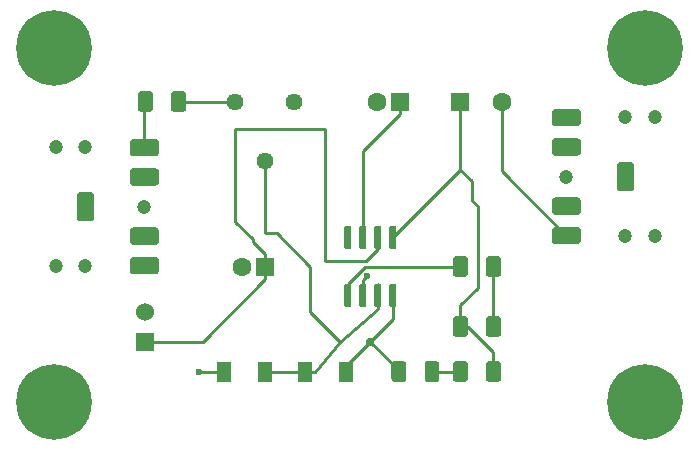
<source format=gbr>
G04 #@! TF.GenerationSoftware,KiCad,Pcbnew,(5.1.5-0-10_14)*
G04 #@! TF.CreationDate,2020-02-11T13:30:23+00:00*
G04 #@! TF.ProjectId,K1889054_A2000_01,4b313838-3930-4353-945f-41323030305f,1.0*
G04 #@! TF.SameCoordinates,Original*
G04 #@! TF.FileFunction,Copper,L1,Top*
G04 #@! TF.FilePolarity,Positive*
%FSLAX46Y46*%
G04 Gerber Fmt 4.6, Leading zero omitted, Abs format (unit mm)*
G04 Created by KiCad (PCBNEW (5.1.5-0-10_14)) date 2020-02-11 13:30:23*
%MOMM*%
%LPD*%
G04 APERTURE LIST*
%ADD10C,0.100000*%
%ADD11C,1.200000*%
%ADD12C,1.600000*%
%ADD13R,1.600000X1.600000*%
%ADD14C,1.440000*%
%ADD15C,1.524000*%
%ADD16R,1.524000X1.524000*%
%ADD17R,1.300000X1.700000*%
%ADD18C,6.400000*%
%ADD19C,0.600000*%
%ADD20C,0.700000*%
%ADD21C,0.250000*%
G04 APERTURE END LIST*
G04 #@! TA.AperFunction,SMDPad,CuDef*
D10*
G36*
X130009703Y-104990722D02*
G01*
X130024264Y-104992882D01*
X130038543Y-104996459D01*
X130052403Y-105001418D01*
X130065710Y-105007712D01*
X130078336Y-105015280D01*
X130090159Y-105024048D01*
X130101066Y-105033934D01*
X130110952Y-105044841D01*
X130119720Y-105056664D01*
X130127288Y-105069290D01*
X130133582Y-105082597D01*
X130138541Y-105096457D01*
X130142118Y-105110736D01*
X130144278Y-105125297D01*
X130145000Y-105140000D01*
X130145000Y-106790000D01*
X130144278Y-106804703D01*
X130142118Y-106819264D01*
X130138541Y-106833543D01*
X130133582Y-106847403D01*
X130127288Y-106860710D01*
X130119720Y-106873336D01*
X130110952Y-106885159D01*
X130101066Y-106896066D01*
X130090159Y-106905952D01*
X130078336Y-106914720D01*
X130065710Y-106922288D01*
X130052403Y-106928582D01*
X130038543Y-106933541D01*
X130024264Y-106937118D01*
X130009703Y-106939278D01*
X129995000Y-106940000D01*
X129695000Y-106940000D01*
X129680297Y-106939278D01*
X129665736Y-106937118D01*
X129651457Y-106933541D01*
X129637597Y-106928582D01*
X129624290Y-106922288D01*
X129611664Y-106914720D01*
X129599841Y-106905952D01*
X129588934Y-106896066D01*
X129579048Y-106885159D01*
X129570280Y-106873336D01*
X129562712Y-106860710D01*
X129556418Y-106847403D01*
X129551459Y-106833543D01*
X129547882Y-106819264D01*
X129545722Y-106804703D01*
X129545000Y-106790000D01*
X129545000Y-105140000D01*
X129545722Y-105125297D01*
X129547882Y-105110736D01*
X129551459Y-105096457D01*
X129556418Y-105082597D01*
X129562712Y-105069290D01*
X129570280Y-105056664D01*
X129579048Y-105044841D01*
X129588934Y-105033934D01*
X129599841Y-105024048D01*
X129611664Y-105015280D01*
X129624290Y-105007712D01*
X129637597Y-105001418D01*
X129651457Y-104996459D01*
X129665736Y-104992882D01*
X129680297Y-104990722D01*
X129695000Y-104990000D01*
X129995000Y-104990000D01*
X130009703Y-104990722D01*
G37*
G04 #@! TD.AperFunction*
G04 #@! TA.AperFunction,SMDPad,CuDef*
G36*
X131279703Y-104990722D02*
G01*
X131294264Y-104992882D01*
X131308543Y-104996459D01*
X131322403Y-105001418D01*
X131335710Y-105007712D01*
X131348336Y-105015280D01*
X131360159Y-105024048D01*
X131371066Y-105033934D01*
X131380952Y-105044841D01*
X131389720Y-105056664D01*
X131397288Y-105069290D01*
X131403582Y-105082597D01*
X131408541Y-105096457D01*
X131412118Y-105110736D01*
X131414278Y-105125297D01*
X131415000Y-105140000D01*
X131415000Y-106790000D01*
X131414278Y-106804703D01*
X131412118Y-106819264D01*
X131408541Y-106833543D01*
X131403582Y-106847403D01*
X131397288Y-106860710D01*
X131389720Y-106873336D01*
X131380952Y-106885159D01*
X131371066Y-106896066D01*
X131360159Y-106905952D01*
X131348336Y-106914720D01*
X131335710Y-106922288D01*
X131322403Y-106928582D01*
X131308543Y-106933541D01*
X131294264Y-106937118D01*
X131279703Y-106939278D01*
X131265000Y-106940000D01*
X130965000Y-106940000D01*
X130950297Y-106939278D01*
X130935736Y-106937118D01*
X130921457Y-106933541D01*
X130907597Y-106928582D01*
X130894290Y-106922288D01*
X130881664Y-106914720D01*
X130869841Y-106905952D01*
X130858934Y-106896066D01*
X130849048Y-106885159D01*
X130840280Y-106873336D01*
X130832712Y-106860710D01*
X130826418Y-106847403D01*
X130821459Y-106833543D01*
X130817882Y-106819264D01*
X130815722Y-106804703D01*
X130815000Y-106790000D01*
X130815000Y-105140000D01*
X130815722Y-105125297D01*
X130817882Y-105110736D01*
X130821459Y-105096457D01*
X130826418Y-105082597D01*
X130832712Y-105069290D01*
X130840280Y-105056664D01*
X130849048Y-105044841D01*
X130858934Y-105033934D01*
X130869841Y-105024048D01*
X130881664Y-105015280D01*
X130894290Y-105007712D01*
X130907597Y-105001418D01*
X130921457Y-104996459D01*
X130935736Y-104992882D01*
X130950297Y-104990722D01*
X130965000Y-104990000D01*
X131265000Y-104990000D01*
X131279703Y-104990722D01*
G37*
G04 #@! TD.AperFunction*
G04 #@! TA.AperFunction,SMDPad,CuDef*
G36*
X132549703Y-104990722D02*
G01*
X132564264Y-104992882D01*
X132578543Y-104996459D01*
X132592403Y-105001418D01*
X132605710Y-105007712D01*
X132618336Y-105015280D01*
X132630159Y-105024048D01*
X132641066Y-105033934D01*
X132650952Y-105044841D01*
X132659720Y-105056664D01*
X132667288Y-105069290D01*
X132673582Y-105082597D01*
X132678541Y-105096457D01*
X132682118Y-105110736D01*
X132684278Y-105125297D01*
X132685000Y-105140000D01*
X132685000Y-106790000D01*
X132684278Y-106804703D01*
X132682118Y-106819264D01*
X132678541Y-106833543D01*
X132673582Y-106847403D01*
X132667288Y-106860710D01*
X132659720Y-106873336D01*
X132650952Y-106885159D01*
X132641066Y-106896066D01*
X132630159Y-106905952D01*
X132618336Y-106914720D01*
X132605710Y-106922288D01*
X132592403Y-106928582D01*
X132578543Y-106933541D01*
X132564264Y-106937118D01*
X132549703Y-106939278D01*
X132535000Y-106940000D01*
X132235000Y-106940000D01*
X132220297Y-106939278D01*
X132205736Y-106937118D01*
X132191457Y-106933541D01*
X132177597Y-106928582D01*
X132164290Y-106922288D01*
X132151664Y-106914720D01*
X132139841Y-106905952D01*
X132128934Y-106896066D01*
X132119048Y-106885159D01*
X132110280Y-106873336D01*
X132102712Y-106860710D01*
X132096418Y-106847403D01*
X132091459Y-106833543D01*
X132087882Y-106819264D01*
X132085722Y-106804703D01*
X132085000Y-106790000D01*
X132085000Y-105140000D01*
X132085722Y-105125297D01*
X132087882Y-105110736D01*
X132091459Y-105096457D01*
X132096418Y-105082597D01*
X132102712Y-105069290D01*
X132110280Y-105056664D01*
X132119048Y-105044841D01*
X132128934Y-105033934D01*
X132139841Y-105024048D01*
X132151664Y-105015280D01*
X132164290Y-105007712D01*
X132177597Y-105001418D01*
X132191457Y-104996459D01*
X132205736Y-104992882D01*
X132220297Y-104990722D01*
X132235000Y-104990000D01*
X132535000Y-104990000D01*
X132549703Y-104990722D01*
G37*
G04 #@! TD.AperFunction*
G04 #@! TA.AperFunction,SMDPad,CuDef*
G36*
X133819703Y-104990722D02*
G01*
X133834264Y-104992882D01*
X133848543Y-104996459D01*
X133862403Y-105001418D01*
X133875710Y-105007712D01*
X133888336Y-105015280D01*
X133900159Y-105024048D01*
X133911066Y-105033934D01*
X133920952Y-105044841D01*
X133929720Y-105056664D01*
X133937288Y-105069290D01*
X133943582Y-105082597D01*
X133948541Y-105096457D01*
X133952118Y-105110736D01*
X133954278Y-105125297D01*
X133955000Y-105140000D01*
X133955000Y-106790000D01*
X133954278Y-106804703D01*
X133952118Y-106819264D01*
X133948541Y-106833543D01*
X133943582Y-106847403D01*
X133937288Y-106860710D01*
X133929720Y-106873336D01*
X133920952Y-106885159D01*
X133911066Y-106896066D01*
X133900159Y-106905952D01*
X133888336Y-106914720D01*
X133875710Y-106922288D01*
X133862403Y-106928582D01*
X133848543Y-106933541D01*
X133834264Y-106937118D01*
X133819703Y-106939278D01*
X133805000Y-106940000D01*
X133505000Y-106940000D01*
X133490297Y-106939278D01*
X133475736Y-106937118D01*
X133461457Y-106933541D01*
X133447597Y-106928582D01*
X133434290Y-106922288D01*
X133421664Y-106914720D01*
X133409841Y-106905952D01*
X133398934Y-106896066D01*
X133389048Y-106885159D01*
X133380280Y-106873336D01*
X133372712Y-106860710D01*
X133366418Y-106847403D01*
X133361459Y-106833543D01*
X133357882Y-106819264D01*
X133355722Y-106804703D01*
X133355000Y-106790000D01*
X133355000Y-105140000D01*
X133355722Y-105125297D01*
X133357882Y-105110736D01*
X133361459Y-105096457D01*
X133366418Y-105082597D01*
X133372712Y-105069290D01*
X133380280Y-105056664D01*
X133389048Y-105044841D01*
X133398934Y-105033934D01*
X133409841Y-105024048D01*
X133421664Y-105015280D01*
X133434290Y-105007712D01*
X133447597Y-105001418D01*
X133461457Y-104996459D01*
X133475736Y-104992882D01*
X133490297Y-104990722D01*
X133505000Y-104990000D01*
X133805000Y-104990000D01*
X133819703Y-104990722D01*
G37*
G04 #@! TD.AperFunction*
G04 #@! TA.AperFunction,SMDPad,CuDef*
G36*
X133819703Y-100040722D02*
G01*
X133834264Y-100042882D01*
X133848543Y-100046459D01*
X133862403Y-100051418D01*
X133875710Y-100057712D01*
X133888336Y-100065280D01*
X133900159Y-100074048D01*
X133911066Y-100083934D01*
X133920952Y-100094841D01*
X133929720Y-100106664D01*
X133937288Y-100119290D01*
X133943582Y-100132597D01*
X133948541Y-100146457D01*
X133952118Y-100160736D01*
X133954278Y-100175297D01*
X133955000Y-100190000D01*
X133955000Y-101840000D01*
X133954278Y-101854703D01*
X133952118Y-101869264D01*
X133948541Y-101883543D01*
X133943582Y-101897403D01*
X133937288Y-101910710D01*
X133929720Y-101923336D01*
X133920952Y-101935159D01*
X133911066Y-101946066D01*
X133900159Y-101955952D01*
X133888336Y-101964720D01*
X133875710Y-101972288D01*
X133862403Y-101978582D01*
X133848543Y-101983541D01*
X133834264Y-101987118D01*
X133819703Y-101989278D01*
X133805000Y-101990000D01*
X133505000Y-101990000D01*
X133490297Y-101989278D01*
X133475736Y-101987118D01*
X133461457Y-101983541D01*
X133447597Y-101978582D01*
X133434290Y-101972288D01*
X133421664Y-101964720D01*
X133409841Y-101955952D01*
X133398934Y-101946066D01*
X133389048Y-101935159D01*
X133380280Y-101923336D01*
X133372712Y-101910710D01*
X133366418Y-101897403D01*
X133361459Y-101883543D01*
X133357882Y-101869264D01*
X133355722Y-101854703D01*
X133355000Y-101840000D01*
X133355000Y-100190000D01*
X133355722Y-100175297D01*
X133357882Y-100160736D01*
X133361459Y-100146457D01*
X133366418Y-100132597D01*
X133372712Y-100119290D01*
X133380280Y-100106664D01*
X133389048Y-100094841D01*
X133398934Y-100083934D01*
X133409841Y-100074048D01*
X133421664Y-100065280D01*
X133434290Y-100057712D01*
X133447597Y-100051418D01*
X133461457Y-100046459D01*
X133475736Y-100042882D01*
X133490297Y-100040722D01*
X133505000Y-100040000D01*
X133805000Y-100040000D01*
X133819703Y-100040722D01*
G37*
G04 #@! TD.AperFunction*
G04 #@! TA.AperFunction,SMDPad,CuDef*
G36*
X132549703Y-100040722D02*
G01*
X132564264Y-100042882D01*
X132578543Y-100046459D01*
X132592403Y-100051418D01*
X132605710Y-100057712D01*
X132618336Y-100065280D01*
X132630159Y-100074048D01*
X132641066Y-100083934D01*
X132650952Y-100094841D01*
X132659720Y-100106664D01*
X132667288Y-100119290D01*
X132673582Y-100132597D01*
X132678541Y-100146457D01*
X132682118Y-100160736D01*
X132684278Y-100175297D01*
X132685000Y-100190000D01*
X132685000Y-101840000D01*
X132684278Y-101854703D01*
X132682118Y-101869264D01*
X132678541Y-101883543D01*
X132673582Y-101897403D01*
X132667288Y-101910710D01*
X132659720Y-101923336D01*
X132650952Y-101935159D01*
X132641066Y-101946066D01*
X132630159Y-101955952D01*
X132618336Y-101964720D01*
X132605710Y-101972288D01*
X132592403Y-101978582D01*
X132578543Y-101983541D01*
X132564264Y-101987118D01*
X132549703Y-101989278D01*
X132535000Y-101990000D01*
X132235000Y-101990000D01*
X132220297Y-101989278D01*
X132205736Y-101987118D01*
X132191457Y-101983541D01*
X132177597Y-101978582D01*
X132164290Y-101972288D01*
X132151664Y-101964720D01*
X132139841Y-101955952D01*
X132128934Y-101946066D01*
X132119048Y-101935159D01*
X132110280Y-101923336D01*
X132102712Y-101910710D01*
X132096418Y-101897403D01*
X132091459Y-101883543D01*
X132087882Y-101869264D01*
X132085722Y-101854703D01*
X132085000Y-101840000D01*
X132085000Y-100190000D01*
X132085722Y-100175297D01*
X132087882Y-100160736D01*
X132091459Y-100146457D01*
X132096418Y-100132597D01*
X132102712Y-100119290D01*
X132110280Y-100106664D01*
X132119048Y-100094841D01*
X132128934Y-100083934D01*
X132139841Y-100074048D01*
X132151664Y-100065280D01*
X132164290Y-100057712D01*
X132177597Y-100051418D01*
X132191457Y-100046459D01*
X132205736Y-100042882D01*
X132220297Y-100040722D01*
X132235000Y-100040000D01*
X132535000Y-100040000D01*
X132549703Y-100040722D01*
G37*
G04 #@! TD.AperFunction*
G04 #@! TA.AperFunction,SMDPad,CuDef*
G36*
X131279703Y-100040722D02*
G01*
X131294264Y-100042882D01*
X131308543Y-100046459D01*
X131322403Y-100051418D01*
X131335710Y-100057712D01*
X131348336Y-100065280D01*
X131360159Y-100074048D01*
X131371066Y-100083934D01*
X131380952Y-100094841D01*
X131389720Y-100106664D01*
X131397288Y-100119290D01*
X131403582Y-100132597D01*
X131408541Y-100146457D01*
X131412118Y-100160736D01*
X131414278Y-100175297D01*
X131415000Y-100190000D01*
X131415000Y-101840000D01*
X131414278Y-101854703D01*
X131412118Y-101869264D01*
X131408541Y-101883543D01*
X131403582Y-101897403D01*
X131397288Y-101910710D01*
X131389720Y-101923336D01*
X131380952Y-101935159D01*
X131371066Y-101946066D01*
X131360159Y-101955952D01*
X131348336Y-101964720D01*
X131335710Y-101972288D01*
X131322403Y-101978582D01*
X131308543Y-101983541D01*
X131294264Y-101987118D01*
X131279703Y-101989278D01*
X131265000Y-101990000D01*
X130965000Y-101990000D01*
X130950297Y-101989278D01*
X130935736Y-101987118D01*
X130921457Y-101983541D01*
X130907597Y-101978582D01*
X130894290Y-101972288D01*
X130881664Y-101964720D01*
X130869841Y-101955952D01*
X130858934Y-101946066D01*
X130849048Y-101935159D01*
X130840280Y-101923336D01*
X130832712Y-101910710D01*
X130826418Y-101897403D01*
X130821459Y-101883543D01*
X130817882Y-101869264D01*
X130815722Y-101854703D01*
X130815000Y-101840000D01*
X130815000Y-100190000D01*
X130815722Y-100175297D01*
X130817882Y-100160736D01*
X130821459Y-100146457D01*
X130826418Y-100132597D01*
X130832712Y-100119290D01*
X130840280Y-100106664D01*
X130849048Y-100094841D01*
X130858934Y-100083934D01*
X130869841Y-100074048D01*
X130881664Y-100065280D01*
X130894290Y-100057712D01*
X130907597Y-100051418D01*
X130921457Y-100046459D01*
X130935736Y-100042882D01*
X130950297Y-100040722D01*
X130965000Y-100040000D01*
X131265000Y-100040000D01*
X131279703Y-100040722D01*
G37*
G04 #@! TD.AperFunction*
G04 #@! TA.AperFunction,SMDPad,CuDef*
G36*
X130009703Y-100040722D02*
G01*
X130024264Y-100042882D01*
X130038543Y-100046459D01*
X130052403Y-100051418D01*
X130065710Y-100057712D01*
X130078336Y-100065280D01*
X130090159Y-100074048D01*
X130101066Y-100083934D01*
X130110952Y-100094841D01*
X130119720Y-100106664D01*
X130127288Y-100119290D01*
X130133582Y-100132597D01*
X130138541Y-100146457D01*
X130142118Y-100160736D01*
X130144278Y-100175297D01*
X130145000Y-100190000D01*
X130145000Y-101840000D01*
X130144278Y-101854703D01*
X130142118Y-101869264D01*
X130138541Y-101883543D01*
X130133582Y-101897403D01*
X130127288Y-101910710D01*
X130119720Y-101923336D01*
X130110952Y-101935159D01*
X130101066Y-101946066D01*
X130090159Y-101955952D01*
X130078336Y-101964720D01*
X130065710Y-101972288D01*
X130052403Y-101978582D01*
X130038543Y-101983541D01*
X130024264Y-101987118D01*
X130009703Y-101989278D01*
X129995000Y-101990000D01*
X129695000Y-101990000D01*
X129680297Y-101989278D01*
X129665736Y-101987118D01*
X129651457Y-101983541D01*
X129637597Y-101978582D01*
X129624290Y-101972288D01*
X129611664Y-101964720D01*
X129599841Y-101955952D01*
X129588934Y-101946066D01*
X129579048Y-101935159D01*
X129570280Y-101923336D01*
X129562712Y-101910710D01*
X129556418Y-101897403D01*
X129551459Y-101883543D01*
X129547882Y-101869264D01*
X129545722Y-101854703D01*
X129545000Y-101840000D01*
X129545000Y-100190000D01*
X129545722Y-100175297D01*
X129547882Y-100160736D01*
X129551459Y-100146457D01*
X129556418Y-100132597D01*
X129562712Y-100119290D01*
X129570280Y-100106664D01*
X129579048Y-100094841D01*
X129588934Y-100083934D01*
X129599841Y-100074048D01*
X129611664Y-100065280D01*
X129624290Y-100057712D01*
X129637597Y-100051418D01*
X129651457Y-100046459D01*
X129665736Y-100042882D01*
X129680297Y-100040722D01*
X129695000Y-100040000D01*
X129995000Y-100040000D01*
X130009703Y-100040722D01*
G37*
G04 #@! TD.AperFunction*
D11*
X107620000Y-103410000D03*
X105120000Y-103410000D03*
X112620000Y-98410000D03*
X107620000Y-93410000D03*
X105120000Y-93410000D03*
G04 #@! TA.AperFunction,ComponentPad*
D10*
G36*
X113531756Y-95161806D02*
G01*
X113568159Y-95167206D01*
X113603857Y-95176147D01*
X113638506Y-95188545D01*
X113671774Y-95204280D01*
X113703339Y-95223199D01*
X113732897Y-95245121D01*
X113760165Y-95269835D01*
X113784879Y-95297103D01*
X113806801Y-95326661D01*
X113825720Y-95358226D01*
X113841455Y-95391494D01*
X113853853Y-95426143D01*
X113862794Y-95461841D01*
X113868194Y-95498244D01*
X113870000Y-95535000D01*
X113870000Y-96285000D01*
X113868194Y-96321756D01*
X113862794Y-96358159D01*
X113853853Y-96393857D01*
X113841455Y-96428506D01*
X113825720Y-96461774D01*
X113806801Y-96493339D01*
X113784879Y-96522897D01*
X113760165Y-96550165D01*
X113732897Y-96574879D01*
X113703339Y-96596801D01*
X113671774Y-96615720D01*
X113638506Y-96631455D01*
X113603857Y-96643853D01*
X113568159Y-96652794D01*
X113531756Y-96658194D01*
X113495000Y-96660000D01*
X111745000Y-96660000D01*
X111708244Y-96658194D01*
X111671841Y-96652794D01*
X111636143Y-96643853D01*
X111601494Y-96631455D01*
X111568226Y-96615720D01*
X111536661Y-96596801D01*
X111507103Y-96574879D01*
X111479835Y-96550165D01*
X111455121Y-96522897D01*
X111433199Y-96493339D01*
X111414280Y-96461774D01*
X111398545Y-96428506D01*
X111386147Y-96393857D01*
X111377206Y-96358159D01*
X111371806Y-96321756D01*
X111370000Y-96285000D01*
X111370000Y-95535000D01*
X111371806Y-95498244D01*
X111377206Y-95461841D01*
X111386147Y-95426143D01*
X111398545Y-95391494D01*
X111414280Y-95358226D01*
X111433199Y-95326661D01*
X111455121Y-95297103D01*
X111479835Y-95269835D01*
X111507103Y-95245121D01*
X111536661Y-95223199D01*
X111568226Y-95204280D01*
X111601494Y-95188545D01*
X111636143Y-95176147D01*
X111671841Y-95167206D01*
X111708244Y-95161806D01*
X111745000Y-95160000D01*
X113495000Y-95160000D01*
X113531756Y-95161806D01*
G37*
G04 #@! TD.AperFunction*
G04 #@! TA.AperFunction,ComponentPad*
G36*
X113531756Y-92661806D02*
G01*
X113568159Y-92667206D01*
X113603857Y-92676147D01*
X113638506Y-92688545D01*
X113671774Y-92704280D01*
X113703339Y-92723199D01*
X113732897Y-92745121D01*
X113760165Y-92769835D01*
X113784879Y-92797103D01*
X113806801Y-92826661D01*
X113825720Y-92858226D01*
X113841455Y-92891494D01*
X113853853Y-92926143D01*
X113862794Y-92961841D01*
X113868194Y-92998244D01*
X113870000Y-93035000D01*
X113870000Y-93785000D01*
X113868194Y-93821756D01*
X113862794Y-93858159D01*
X113853853Y-93893857D01*
X113841455Y-93928506D01*
X113825720Y-93961774D01*
X113806801Y-93993339D01*
X113784879Y-94022897D01*
X113760165Y-94050165D01*
X113732897Y-94074879D01*
X113703339Y-94096801D01*
X113671774Y-94115720D01*
X113638506Y-94131455D01*
X113603857Y-94143853D01*
X113568159Y-94152794D01*
X113531756Y-94158194D01*
X113495000Y-94160000D01*
X111745000Y-94160000D01*
X111708244Y-94158194D01*
X111671841Y-94152794D01*
X111636143Y-94143853D01*
X111601494Y-94131455D01*
X111568226Y-94115720D01*
X111536661Y-94096801D01*
X111507103Y-94074879D01*
X111479835Y-94050165D01*
X111455121Y-94022897D01*
X111433199Y-93993339D01*
X111414280Y-93961774D01*
X111398545Y-93928506D01*
X111386147Y-93893857D01*
X111377206Y-93858159D01*
X111371806Y-93821756D01*
X111370000Y-93785000D01*
X111370000Y-93035000D01*
X111371806Y-92998244D01*
X111377206Y-92961841D01*
X111386147Y-92926143D01*
X111398545Y-92891494D01*
X111414280Y-92858226D01*
X111433199Y-92826661D01*
X111455121Y-92797103D01*
X111479835Y-92769835D01*
X111507103Y-92745121D01*
X111536661Y-92723199D01*
X111568226Y-92704280D01*
X111601494Y-92688545D01*
X111636143Y-92676147D01*
X111671841Y-92667206D01*
X111708244Y-92661806D01*
X111745000Y-92660000D01*
X113495000Y-92660000D01*
X113531756Y-92661806D01*
G37*
G04 #@! TD.AperFunction*
G04 #@! TA.AperFunction,ComponentPad*
G36*
X113531756Y-100161806D02*
G01*
X113568159Y-100167206D01*
X113603857Y-100176147D01*
X113638506Y-100188545D01*
X113671774Y-100204280D01*
X113703339Y-100223199D01*
X113732897Y-100245121D01*
X113760165Y-100269835D01*
X113784879Y-100297103D01*
X113806801Y-100326661D01*
X113825720Y-100358226D01*
X113841455Y-100391494D01*
X113853853Y-100426143D01*
X113862794Y-100461841D01*
X113868194Y-100498244D01*
X113870000Y-100535000D01*
X113870000Y-101285000D01*
X113868194Y-101321756D01*
X113862794Y-101358159D01*
X113853853Y-101393857D01*
X113841455Y-101428506D01*
X113825720Y-101461774D01*
X113806801Y-101493339D01*
X113784879Y-101522897D01*
X113760165Y-101550165D01*
X113732897Y-101574879D01*
X113703339Y-101596801D01*
X113671774Y-101615720D01*
X113638506Y-101631455D01*
X113603857Y-101643853D01*
X113568159Y-101652794D01*
X113531756Y-101658194D01*
X113495000Y-101660000D01*
X111745000Y-101660000D01*
X111708244Y-101658194D01*
X111671841Y-101652794D01*
X111636143Y-101643853D01*
X111601494Y-101631455D01*
X111568226Y-101615720D01*
X111536661Y-101596801D01*
X111507103Y-101574879D01*
X111479835Y-101550165D01*
X111455121Y-101522897D01*
X111433199Y-101493339D01*
X111414280Y-101461774D01*
X111398545Y-101428506D01*
X111386147Y-101393857D01*
X111377206Y-101358159D01*
X111371806Y-101321756D01*
X111370000Y-101285000D01*
X111370000Y-100535000D01*
X111371806Y-100498244D01*
X111377206Y-100461841D01*
X111386147Y-100426143D01*
X111398545Y-100391494D01*
X111414280Y-100358226D01*
X111433199Y-100326661D01*
X111455121Y-100297103D01*
X111479835Y-100269835D01*
X111507103Y-100245121D01*
X111536661Y-100223199D01*
X111568226Y-100204280D01*
X111601494Y-100188545D01*
X111636143Y-100176147D01*
X111671841Y-100167206D01*
X111708244Y-100161806D01*
X111745000Y-100160000D01*
X113495000Y-100160000D01*
X113531756Y-100161806D01*
G37*
G04 #@! TD.AperFunction*
G04 #@! TA.AperFunction,ComponentPad*
G36*
X113531756Y-102661806D02*
G01*
X113568159Y-102667206D01*
X113603857Y-102676147D01*
X113638506Y-102688545D01*
X113671774Y-102704280D01*
X113703339Y-102723199D01*
X113732897Y-102745121D01*
X113760165Y-102769835D01*
X113784879Y-102797103D01*
X113806801Y-102826661D01*
X113825720Y-102858226D01*
X113841455Y-102891494D01*
X113853853Y-102926143D01*
X113862794Y-102961841D01*
X113868194Y-102998244D01*
X113870000Y-103035000D01*
X113870000Y-103785000D01*
X113868194Y-103821756D01*
X113862794Y-103858159D01*
X113853853Y-103893857D01*
X113841455Y-103928506D01*
X113825720Y-103961774D01*
X113806801Y-103993339D01*
X113784879Y-104022897D01*
X113760165Y-104050165D01*
X113732897Y-104074879D01*
X113703339Y-104096801D01*
X113671774Y-104115720D01*
X113638506Y-104131455D01*
X113603857Y-104143853D01*
X113568159Y-104152794D01*
X113531756Y-104158194D01*
X113495000Y-104160000D01*
X111745000Y-104160000D01*
X111708244Y-104158194D01*
X111671841Y-104152794D01*
X111636143Y-104143853D01*
X111601494Y-104131455D01*
X111568226Y-104115720D01*
X111536661Y-104096801D01*
X111507103Y-104074879D01*
X111479835Y-104050165D01*
X111455121Y-104022897D01*
X111433199Y-103993339D01*
X111414280Y-103961774D01*
X111398545Y-103928506D01*
X111386147Y-103893857D01*
X111377206Y-103858159D01*
X111371806Y-103821756D01*
X111370000Y-103785000D01*
X111370000Y-103035000D01*
X111371806Y-102998244D01*
X111377206Y-102961841D01*
X111386147Y-102926143D01*
X111398545Y-102891494D01*
X111414280Y-102858226D01*
X111433199Y-102826661D01*
X111455121Y-102797103D01*
X111479835Y-102769835D01*
X111507103Y-102745121D01*
X111536661Y-102723199D01*
X111568226Y-102704280D01*
X111601494Y-102688545D01*
X111636143Y-102676147D01*
X111671841Y-102667206D01*
X111708244Y-102661806D01*
X111745000Y-102660000D01*
X113495000Y-102660000D01*
X113531756Y-102661806D01*
G37*
G04 #@! TD.AperFunction*
G04 #@! TA.AperFunction,ComponentPad*
G36*
X108031756Y-97161806D02*
G01*
X108068159Y-97167206D01*
X108103857Y-97176147D01*
X108138506Y-97188545D01*
X108171774Y-97204280D01*
X108203339Y-97223199D01*
X108232897Y-97245121D01*
X108260165Y-97269835D01*
X108284879Y-97297103D01*
X108306801Y-97326661D01*
X108325720Y-97358226D01*
X108341455Y-97391494D01*
X108353853Y-97426143D01*
X108362794Y-97461841D01*
X108368194Y-97498244D01*
X108370000Y-97535000D01*
X108370000Y-99285000D01*
X108368194Y-99321756D01*
X108362794Y-99358159D01*
X108353853Y-99393857D01*
X108341455Y-99428506D01*
X108325720Y-99461774D01*
X108306801Y-99493339D01*
X108284879Y-99522897D01*
X108260165Y-99550165D01*
X108232897Y-99574879D01*
X108203339Y-99596801D01*
X108171774Y-99615720D01*
X108138506Y-99631455D01*
X108103857Y-99643853D01*
X108068159Y-99652794D01*
X108031756Y-99658194D01*
X107995000Y-99660000D01*
X107245000Y-99660000D01*
X107208244Y-99658194D01*
X107171841Y-99652794D01*
X107136143Y-99643853D01*
X107101494Y-99631455D01*
X107068226Y-99615720D01*
X107036661Y-99596801D01*
X107007103Y-99574879D01*
X106979835Y-99550165D01*
X106955121Y-99522897D01*
X106933199Y-99493339D01*
X106914280Y-99461774D01*
X106898545Y-99428506D01*
X106886147Y-99393857D01*
X106877206Y-99358159D01*
X106871806Y-99321756D01*
X106870000Y-99285000D01*
X106870000Y-97535000D01*
X106871806Y-97498244D01*
X106877206Y-97461841D01*
X106886147Y-97426143D01*
X106898545Y-97391494D01*
X106914280Y-97358226D01*
X106933199Y-97326661D01*
X106955121Y-97297103D01*
X106979835Y-97269835D01*
X107007103Y-97245121D01*
X107036661Y-97223199D01*
X107068226Y-97204280D01*
X107101494Y-97188545D01*
X107136143Y-97176147D01*
X107171841Y-97167206D01*
X107208244Y-97161806D01*
X107245000Y-97160000D01*
X107995000Y-97160000D01*
X108031756Y-97161806D01*
G37*
G04 #@! TD.AperFunction*
D12*
X142870000Y-89520000D03*
D13*
X139370000Y-89520000D03*
D14*
X125320000Y-89520000D03*
X122860000Y-94520000D03*
X120320000Y-89520000D03*
G04 #@! TA.AperFunction,SMDPad,CuDef*
D10*
G36*
X139769504Y-111506204D02*
G01*
X139793773Y-111509804D01*
X139817571Y-111515765D01*
X139840671Y-111524030D01*
X139862849Y-111534520D01*
X139883893Y-111547133D01*
X139903598Y-111561747D01*
X139921777Y-111578223D01*
X139938253Y-111596402D01*
X139952867Y-111616107D01*
X139965480Y-111637151D01*
X139975970Y-111659329D01*
X139984235Y-111682429D01*
X139990196Y-111706227D01*
X139993796Y-111730496D01*
X139995000Y-111755000D01*
X139995000Y-113005000D01*
X139993796Y-113029504D01*
X139990196Y-113053773D01*
X139984235Y-113077571D01*
X139975970Y-113100671D01*
X139965480Y-113122849D01*
X139952867Y-113143893D01*
X139938253Y-113163598D01*
X139921777Y-113181777D01*
X139903598Y-113198253D01*
X139883893Y-113212867D01*
X139862849Y-113225480D01*
X139840671Y-113235970D01*
X139817571Y-113244235D01*
X139793773Y-113250196D01*
X139769504Y-113253796D01*
X139745000Y-113255000D01*
X138995000Y-113255000D01*
X138970496Y-113253796D01*
X138946227Y-113250196D01*
X138922429Y-113244235D01*
X138899329Y-113235970D01*
X138877151Y-113225480D01*
X138856107Y-113212867D01*
X138836402Y-113198253D01*
X138818223Y-113181777D01*
X138801747Y-113163598D01*
X138787133Y-113143893D01*
X138774520Y-113122849D01*
X138764030Y-113100671D01*
X138755765Y-113077571D01*
X138749804Y-113053773D01*
X138746204Y-113029504D01*
X138745000Y-113005000D01*
X138745000Y-111755000D01*
X138746204Y-111730496D01*
X138749804Y-111706227D01*
X138755765Y-111682429D01*
X138764030Y-111659329D01*
X138774520Y-111637151D01*
X138787133Y-111616107D01*
X138801747Y-111596402D01*
X138818223Y-111578223D01*
X138836402Y-111561747D01*
X138856107Y-111547133D01*
X138877151Y-111534520D01*
X138899329Y-111524030D01*
X138922429Y-111515765D01*
X138946227Y-111509804D01*
X138970496Y-111506204D01*
X138995000Y-111505000D01*
X139745000Y-111505000D01*
X139769504Y-111506204D01*
G37*
G04 #@! TD.AperFunction*
G04 #@! TA.AperFunction,SMDPad,CuDef*
G36*
X142569504Y-111506204D02*
G01*
X142593773Y-111509804D01*
X142617571Y-111515765D01*
X142640671Y-111524030D01*
X142662849Y-111534520D01*
X142683893Y-111547133D01*
X142703598Y-111561747D01*
X142721777Y-111578223D01*
X142738253Y-111596402D01*
X142752867Y-111616107D01*
X142765480Y-111637151D01*
X142775970Y-111659329D01*
X142784235Y-111682429D01*
X142790196Y-111706227D01*
X142793796Y-111730496D01*
X142795000Y-111755000D01*
X142795000Y-113005000D01*
X142793796Y-113029504D01*
X142790196Y-113053773D01*
X142784235Y-113077571D01*
X142775970Y-113100671D01*
X142765480Y-113122849D01*
X142752867Y-113143893D01*
X142738253Y-113163598D01*
X142721777Y-113181777D01*
X142703598Y-113198253D01*
X142683893Y-113212867D01*
X142662849Y-113225480D01*
X142640671Y-113235970D01*
X142617571Y-113244235D01*
X142593773Y-113250196D01*
X142569504Y-113253796D01*
X142545000Y-113255000D01*
X141795000Y-113255000D01*
X141770496Y-113253796D01*
X141746227Y-113250196D01*
X141722429Y-113244235D01*
X141699329Y-113235970D01*
X141677151Y-113225480D01*
X141656107Y-113212867D01*
X141636402Y-113198253D01*
X141618223Y-113181777D01*
X141601747Y-113163598D01*
X141587133Y-113143893D01*
X141574520Y-113122849D01*
X141564030Y-113100671D01*
X141555765Y-113077571D01*
X141549804Y-113053773D01*
X141546204Y-113029504D01*
X141545000Y-113005000D01*
X141545000Y-111755000D01*
X141546204Y-111730496D01*
X141549804Y-111706227D01*
X141555765Y-111682429D01*
X141564030Y-111659329D01*
X141574520Y-111637151D01*
X141587133Y-111616107D01*
X141601747Y-111596402D01*
X141618223Y-111578223D01*
X141636402Y-111561747D01*
X141656107Y-111547133D01*
X141677151Y-111534520D01*
X141699329Y-111524030D01*
X141722429Y-111515765D01*
X141746227Y-111509804D01*
X141770496Y-111506204D01*
X141795000Y-111505000D01*
X142545000Y-111505000D01*
X142569504Y-111506204D01*
G37*
G04 #@! TD.AperFunction*
G04 #@! TA.AperFunction,SMDPad,CuDef*
G36*
X142569504Y-107696204D02*
G01*
X142593773Y-107699804D01*
X142617571Y-107705765D01*
X142640671Y-107714030D01*
X142662849Y-107724520D01*
X142683893Y-107737133D01*
X142703598Y-107751747D01*
X142721777Y-107768223D01*
X142738253Y-107786402D01*
X142752867Y-107806107D01*
X142765480Y-107827151D01*
X142775970Y-107849329D01*
X142784235Y-107872429D01*
X142790196Y-107896227D01*
X142793796Y-107920496D01*
X142795000Y-107945000D01*
X142795000Y-109195000D01*
X142793796Y-109219504D01*
X142790196Y-109243773D01*
X142784235Y-109267571D01*
X142775970Y-109290671D01*
X142765480Y-109312849D01*
X142752867Y-109333893D01*
X142738253Y-109353598D01*
X142721777Y-109371777D01*
X142703598Y-109388253D01*
X142683893Y-109402867D01*
X142662849Y-109415480D01*
X142640671Y-109425970D01*
X142617571Y-109434235D01*
X142593773Y-109440196D01*
X142569504Y-109443796D01*
X142545000Y-109445000D01*
X141795000Y-109445000D01*
X141770496Y-109443796D01*
X141746227Y-109440196D01*
X141722429Y-109434235D01*
X141699329Y-109425970D01*
X141677151Y-109415480D01*
X141656107Y-109402867D01*
X141636402Y-109388253D01*
X141618223Y-109371777D01*
X141601747Y-109353598D01*
X141587133Y-109333893D01*
X141574520Y-109312849D01*
X141564030Y-109290671D01*
X141555765Y-109267571D01*
X141549804Y-109243773D01*
X141546204Y-109219504D01*
X141545000Y-109195000D01*
X141545000Y-107945000D01*
X141546204Y-107920496D01*
X141549804Y-107896227D01*
X141555765Y-107872429D01*
X141564030Y-107849329D01*
X141574520Y-107827151D01*
X141587133Y-107806107D01*
X141601747Y-107786402D01*
X141618223Y-107768223D01*
X141636402Y-107751747D01*
X141656107Y-107737133D01*
X141677151Y-107724520D01*
X141699329Y-107714030D01*
X141722429Y-107705765D01*
X141746227Y-107699804D01*
X141770496Y-107696204D01*
X141795000Y-107695000D01*
X142545000Y-107695000D01*
X142569504Y-107696204D01*
G37*
G04 #@! TD.AperFunction*
G04 #@! TA.AperFunction,SMDPad,CuDef*
G36*
X139769504Y-107696204D02*
G01*
X139793773Y-107699804D01*
X139817571Y-107705765D01*
X139840671Y-107714030D01*
X139862849Y-107724520D01*
X139883893Y-107737133D01*
X139903598Y-107751747D01*
X139921777Y-107768223D01*
X139938253Y-107786402D01*
X139952867Y-107806107D01*
X139965480Y-107827151D01*
X139975970Y-107849329D01*
X139984235Y-107872429D01*
X139990196Y-107896227D01*
X139993796Y-107920496D01*
X139995000Y-107945000D01*
X139995000Y-109195000D01*
X139993796Y-109219504D01*
X139990196Y-109243773D01*
X139984235Y-109267571D01*
X139975970Y-109290671D01*
X139965480Y-109312849D01*
X139952867Y-109333893D01*
X139938253Y-109353598D01*
X139921777Y-109371777D01*
X139903598Y-109388253D01*
X139883893Y-109402867D01*
X139862849Y-109415480D01*
X139840671Y-109425970D01*
X139817571Y-109434235D01*
X139793773Y-109440196D01*
X139769504Y-109443796D01*
X139745000Y-109445000D01*
X138995000Y-109445000D01*
X138970496Y-109443796D01*
X138946227Y-109440196D01*
X138922429Y-109434235D01*
X138899329Y-109425970D01*
X138877151Y-109415480D01*
X138856107Y-109402867D01*
X138836402Y-109388253D01*
X138818223Y-109371777D01*
X138801747Y-109353598D01*
X138787133Y-109333893D01*
X138774520Y-109312849D01*
X138764030Y-109290671D01*
X138755765Y-109267571D01*
X138749804Y-109243773D01*
X138746204Y-109219504D01*
X138745000Y-109195000D01*
X138745000Y-107945000D01*
X138746204Y-107920496D01*
X138749804Y-107896227D01*
X138755765Y-107872429D01*
X138764030Y-107849329D01*
X138774520Y-107827151D01*
X138787133Y-107806107D01*
X138801747Y-107786402D01*
X138818223Y-107768223D01*
X138836402Y-107751747D01*
X138856107Y-107737133D01*
X138877151Y-107724520D01*
X138899329Y-107714030D01*
X138922429Y-107705765D01*
X138946227Y-107699804D01*
X138970496Y-107696204D01*
X138995000Y-107695000D01*
X139745000Y-107695000D01*
X139769504Y-107696204D01*
G37*
G04 #@! TD.AperFunction*
D15*
X112700000Y-107300000D03*
D16*
X112700000Y-109840000D03*
D11*
X153340000Y-90870000D03*
X155840000Y-90870000D03*
X148340000Y-95870000D03*
X153340000Y-100870000D03*
X155840000Y-100870000D03*
G04 #@! TA.AperFunction,ComponentPad*
D10*
G36*
X149251756Y-97621806D02*
G01*
X149288159Y-97627206D01*
X149323857Y-97636147D01*
X149358506Y-97648545D01*
X149391774Y-97664280D01*
X149423339Y-97683199D01*
X149452897Y-97705121D01*
X149480165Y-97729835D01*
X149504879Y-97757103D01*
X149526801Y-97786661D01*
X149545720Y-97818226D01*
X149561455Y-97851494D01*
X149573853Y-97886143D01*
X149582794Y-97921841D01*
X149588194Y-97958244D01*
X149590000Y-97995000D01*
X149590000Y-98745000D01*
X149588194Y-98781756D01*
X149582794Y-98818159D01*
X149573853Y-98853857D01*
X149561455Y-98888506D01*
X149545720Y-98921774D01*
X149526801Y-98953339D01*
X149504879Y-98982897D01*
X149480165Y-99010165D01*
X149452897Y-99034879D01*
X149423339Y-99056801D01*
X149391774Y-99075720D01*
X149358506Y-99091455D01*
X149323857Y-99103853D01*
X149288159Y-99112794D01*
X149251756Y-99118194D01*
X149215000Y-99120000D01*
X147465000Y-99120000D01*
X147428244Y-99118194D01*
X147391841Y-99112794D01*
X147356143Y-99103853D01*
X147321494Y-99091455D01*
X147288226Y-99075720D01*
X147256661Y-99056801D01*
X147227103Y-99034879D01*
X147199835Y-99010165D01*
X147175121Y-98982897D01*
X147153199Y-98953339D01*
X147134280Y-98921774D01*
X147118545Y-98888506D01*
X147106147Y-98853857D01*
X147097206Y-98818159D01*
X147091806Y-98781756D01*
X147090000Y-98745000D01*
X147090000Y-97995000D01*
X147091806Y-97958244D01*
X147097206Y-97921841D01*
X147106147Y-97886143D01*
X147118545Y-97851494D01*
X147134280Y-97818226D01*
X147153199Y-97786661D01*
X147175121Y-97757103D01*
X147199835Y-97729835D01*
X147227103Y-97705121D01*
X147256661Y-97683199D01*
X147288226Y-97664280D01*
X147321494Y-97648545D01*
X147356143Y-97636147D01*
X147391841Y-97627206D01*
X147428244Y-97621806D01*
X147465000Y-97620000D01*
X149215000Y-97620000D01*
X149251756Y-97621806D01*
G37*
G04 #@! TD.AperFunction*
G04 #@! TA.AperFunction,ComponentPad*
G36*
X149251756Y-100121806D02*
G01*
X149288159Y-100127206D01*
X149323857Y-100136147D01*
X149358506Y-100148545D01*
X149391774Y-100164280D01*
X149423339Y-100183199D01*
X149452897Y-100205121D01*
X149480165Y-100229835D01*
X149504879Y-100257103D01*
X149526801Y-100286661D01*
X149545720Y-100318226D01*
X149561455Y-100351494D01*
X149573853Y-100386143D01*
X149582794Y-100421841D01*
X149588194Y-100458244D01*
X149590000Y-100495000D01*
X149590000Y-101245000D01*
X149588194Y-101281756D01*
X149582794Y-101318159D01*
X149573853Y-101353857D01*
X149561455Y-101388506D01*
X149545720Y-101421774D01*
X149526801Y-101453339D01*
X149504879Y-101482897D01*
X149480165Y-101510165D01*
X149452897Y-101534879D01*
X149423339Y-101556801D01*
X149391774Y-101575720D01*
X149358506Y-101591455D01*
X149323857Y-101603853D01*
X149288159Y-101612794D01*
X149251756Y-101618194D01*
X149215000Y-101620000D01*
X147465000Y-101620000D01*
X147428244Y-101618194D01*
X147391841Y-101612794D01*
X147356143Y-101603853D01*
X147321494Y-101591455D01*
X147288226Y-101575720D01*
X147256661Y-101556801D01*
X147227103Y-101534879D01*
X147199835Y-101510165D01*
X147175121Y-101482897D01*
X147153199Y-101453339D01*
X147134280Y-101421774D01*
X147118545Y-101388506D01*
X147106147Y-101353857D01*
X147097206Y-101318159D01*
X147091806Y-101281756D01*
X147090000Y-101245000D01*
X147090000Y-100495000D01*
X147091806Y-100458244D01*
X147097206Y-100421841D01*
X147106147Y-100386143D01*
X147118545Y-100351494D01*
X147134280Y-100318226D01*
X147153199Y-100286661D01*
X147175121Y-100257103D01*
X147199835Y-100229835D01*
X147227103Y-100205121D01*
X147256661Y-100183199D01*
X147288226Y-100164280D01*
X147321494Y-100148545D01*
X147356143Y-100136147D01*
X147391841Y-100127206D01*
X147428244Y-100121806D01*
X147465000Y-100120000D01*
X149215000Y-100120000D01*
X149251756Y-100121806D01*
G37*
G04 #@! TD.AperFunction*
G04 #@! TA.AperFunction,ComponentPad*
G36*
X149251756Y-92621806D02*
G01*
X149288159Y-92627206D01*
X149323857Y-92636147D01*
X149358506Y-92648545D01*
X149391774Y-92664280D01*
X149423339Y-92683199D01*
X149452897Y-92705121D01*
X149480165Y-92729835D01*
X149504879Y-92757103D01*
X149526801Y-92786661D01*
X149545720Y-92818226D01*
X149561455Y-92851494D01*
X149573853Y-92886143D01*
X149582794Y-92921841D01*
X149588194Y-92958244D01*
X149590000Y-92995000D01*
X149590000Y-93745000D01*
X149588194Y-93781756D01*
X149582794Y-93818159D01*
X149573853Y-93853857D01*
X149561455Y-93888506D01*
X149545720Y-93921774D01*
X149526801Y-93953339D01*
X149504879Y-93982897D01*
X149480165Y-94010165D01*
X149452897Y-94034879D01*
X149423339Y-94056801D01*
X149391774Y-94075720D01*
X149358506Y-94091455D01*
X149323857Y-94103853D01*
X149288159Y-94112794D01*
X149251756Y-94118194D01*
X149215000Y-94120000D01*
X147465000Y-94120000D01*
X147428244Y-94118194D01*
X147391841Y-94112794D01*
X147356143Y-94103853D01*
X147321494Y-94091455D01*
X147288226Y-94075720D01*
X147256661Y-94056801D01*
X147227103Y-94034879D01*
X147199835Y-94010165D01*
X147175121Y-93982897D01*
X147153199Y-93953339D01*
X147134280Y-93921774D01*
X147118545Y-93888506D01*
X147106147Y-93853857D01*
X147097206Y-93818159D01*
X147091806Y-93781756D01*
X147090000Y-93745000D01*
X147090000Y-92995000D01*
X147091806Y-92958244D01*
X147097206Y-92921841D01*
X147106147Y-92886143D01*
X147118545Y-92851494D01*
X147134280Y-92818226D01*
X147153199Y-92786661D01*
X147175121Y-92757103D01*
X147199835Y-92729835D01*
X147227103Y-92705121D01*
X147256661Y-92683199D01*
X147288226Y-92664280D01*
X147321494Y-92648545D01*
X147356143Y-92636147D01*
X147391841Y-92627206D01*
X147428244Y-92621806D01*
X147465000Y-92620000D01*
X149215000Y-92620000D01*
X149251756Y-92621806D01*
G37*
G04 #@! TD.AperFunction*
G04 #@! TA.AperFunction,ComponentPad*
G36*
X149251756Y-90121806D02*
G01*
X149288159Y-90127206D01*
X149323857Y-90136147D01*
X149358506Y-90148545D01*
X149391774Y-90164280D01*
X149423339Y-90183199D01*
X149452897Y-90205121D01*
X149480165Y-90229835D01*
X149504879Y-90257103D01*
X149526801Y-90286661D01*
X149545720Y-90318226D01*
X149561455Y-90351494D01*
X149573853Y-90386143D01*
X149582794Y-90421841D01*
X149588194Y-90458244D01*
X149590000Y-90495000D01*
X149590000Y-91245000D01*
X149588194Y-91281756D01*
X149582794Y-91318159D01*
X149573853Y-91353857D01*
X149561455Y-91388506D01*
X149545720Y-91421774D01*
X149526801Y-91453339D01*
X149504879Y-91482897D01*
X149480165Y-91510165D01*
X149452897Y-91534879D01*
X149423339Y-91556801D01*
X149391774Y-91575720D01*
X149358506Y-91591455D01*
X149323857Y-91603853D01*
X149288159Y-91612794D01*
X149251756Y-91618194D01*
X149215000Y-91620000D01*
X147465000Y-91620000D01*
X147428244Y-91618194D01*
X147391841Y-91612794D01*
X147356143Y-91603853D01*
X147321494Y-91591455D01*
X147288226Y-91575720D01*
X147256661Y-91556801D01*
X147227103Y-91534879D01*
X147199835Y-91510165D01*
X147175121Y-91482897D01*
X147153199Y-91453339D01*
X147134280Y-91421774D01*
X147118545Y-91388506D01*
X147106147Y-91353857D01*
X147097206Y-91318159D01*
X147091806Y-91281756D01*
X147090000Y-91245000D01*
X147090000Y-90495000D01*
X147091806Y-90458244D01*
X147097206Y-90421841D01*
X147106147Y-90386143D01*
X147118545Y-90351494D01*
X147134280Y-90318226D01*
X147153199Y-90286661D01*
X147175121Y-90257103D01*
X147199835Y-90229835D01*
X147227103Y-90205121D01*
X147256661Y-90183199D01*
X147288226Y-90164280D01*
X147321494Y-90148545D01*
X147356143Y-90136147D01*
X147391841Y-90127206D01*
X147428244Y-90121806D01*
X147465000Y-90120000D01*
X149215000Y-90120000D01*
X149251756Y-90121806D01*
G37*
G04 #@! TD.AperFunction*
G04 #@! TA.AperFunction,ComponentPad*
G36*
X153751756Y-94621806D02*
G01*
X153788159Y-94627206D01*
X153823857Y-94636147D01*
X153858506Y-94648545D01*
X153891774Y-94664280D01*
X153923339Y-94683199D01*
X153952897Y-94705121D01*
X153980165Y-94729835D01*
X154004879Y-94757103D01*
X154026801Y-94786661D01*
X154045720Y-94818226D01*
X154061455Y-94851494D01*
X154073853Y-94886143D01*
X154082794Y-94921841D01*
X154088194Y-94958244D01*
X154090000Y-94995000D01*
X154090000Y-96745000D01*
X154088194Y-96781756D01*
X154082794Y-96818159D01*
X154073853Y-96853857D01*
X154061455Y-96888506D01*
X154045720Y-96921774D01*
X154026801Y-96953339D01*
X154004879Y-96982897D01*
X153980165Y-97010165D01*
X153952897Y-97034879D01*
X153923339Y-97056801D01*
X153891774Y-97075720D01*
X153858506Y-97091455D01*
X153823857Y-97103853D01*
X153788159Y-97112794D01*
X153751756Y-97118194D01*
X153715000Y-97120000D01*
X152965000Y-97120000D01*
X152928244Y-97118194D01*
X152891841Y-97112794D01*
X152856143Y-97103853D01*
X152821494Y-97091455D01*
X152788226Y-97075720D01*
X152756661Y-97056801D01*
X152727103Y-97034879D01*
X152699835Y-97010165D01*
X152675121Y-96982897D01*
X152653199Y-96953339D01*
X152634280Y-96921774D01*
X152618545Y-96888506D01*
X152606147Y-96853857D01*
X152597206Y-96818159D01*
X152591806Y-96781756D01*
X152590000Y-96745000D01*
X152590000Y-94995000D01*
X152591806Y-94958244D01*
X152597206Y-94921841D01*
X152606147Y-94886143D01*
X152618545Y-94851494D01*
X152634280Y-94818226D01*
X152653199Y-94786661D01*
X152675121Y-94757103D01*
X152699835Y-94729835D01*
X152727103Y-94705121D01*
X152756661Y-94683199D01*
X152788226Y-94664280D01*
X152821494Y-94648545D01*
X152856143Y-94636147D01*
X152891841Y-94627206D01*
X152928244Y-94621806D01*
X152965000Y-94620000D01*
X153715000Y-94620000D01*
X153751756Y-94621806D01*
G37*
G04 #@! TD.AperFunction*
D17*
X129690000Y-112380000D03*
X126190000Y-112380000D03*
X122860000Y-112380000D03*
X119360000Y-112380000D03*
G04 #@! TA.AperFunction,SMDPad,CuDef*
D10*
G36*
X137359504Y-111506204D02*
G01*
X137383773Y-111509804D01*
X137407571Y-111515765D01*
X137430671Y-111524030D01*
X137452849Y-111534520D01*
X137473893Y-111547133D01*
X137493598Y-111561747D01*
X137511777Y-111578223D01*
X137528253Y-111596402D01*
X137542867Y-111616107D01*
X137555480Y-111637151D01*
X137565970Y-111659329D01*
X137574235Y-111682429D01*
X137580196Y-111706227D01*
X137583796Y-111730496D01*
X137585000Y-111755000D01*
X137585000Y-113005000D01*
X137583796Y-113029504D01*
X137580196Y-113053773D01*
X137574235Y-113077571D01*
X137565970Y-113100671D01*
X137555480Y-113122849D01*
X137542867Y-113143893D01*
X137528253Y-113163598D01*
X137511777Y-113181777D01*
X137493598Y-113198253D01*
X137473893Y-113212867D01*
X137452849Y-113225480D01*
X137430671Y-113235970D01*
X137407571Y-113244235D01*
X137383773Y-113250196D01*
X137359504Y-113253796D01*
X137335000Y-113255000D01*
X136585000Y-113255000D01*
X136560496Y-113253796D01*
X136536227Y-113250196D01*
X136512429Y-113244235D01*
X136489329Y-113235970D01*
X136467151Y-113225480D01*
X136446107Y-113212867D01*
X136426402Y-113198253D01*
X136408223Y-113181777D01*
X136391747Y-113163598D01*
X136377133Y-113143893D01*
X136364520Y-113122849D01*
X136354030Y-113100671D01*
X136345765Y-113077571D01*
X136339804Y-113053773D01*
X136336204Y-113029504D01*
X136335000Y-113005000D01*
X136335000Y-111755000D01*
X136336204Y-111730496D01*
X136339804Y-111706227D01*
X136345765Y-111682429D01*
X136354030Y-111659329D01*
X136364520Y-111637151D01*
X136377133Y-111616107D01*
X136391747Y-111596402D01*
X136408223Y-111578223D01*
X136426402Y-111561747D01*
X136446107Y-111547133D01*
X136467151Y-111534520D01*
X136489329Y-111524030D01*
X136512429Y-111515765D01*
X136536227Y-111509804D01*
X136560496Y-111506204D01*
X136585000Y-111505000D01*
X137335000Y-111505000D01*
X137359504Y-111506204D01*
G37*
G04 #@! TD.AperFunction*
G04 #@! TA.AperFunction,SMDPad,CuDef*
G36*
X134559504Y-111506204D02*
G01*
X134583773Y-111509804D01*
X134607571Y-111515765D01*
X134630671Y-111524030D01*
X134652849Y-111534520D01*
X134673893Y-111547133D01*
X134693598Y-111561747D01*
X134711777Y-111578223D01*
X134728253Y-111596402D01*
X134742867Y-111616107D01*
X134755480Y-111637151D01*
X134765970Y-111659329D01*
X134774235Y-111682429D01*
X134780196Y-111706227D01*
X134783796Y-111730496D01*
X134785000Y-111755000D01*
X134785000Y-113005000D01*
X134783796Y-113029504D01*
X134780196Y-113053773D01*
X134774235Y-113077571D01*
X134765970Y-113100671D01*
X134755480Y-113122849D01*
X134742867Y-113143893D01*
X134728253Y-113163598D01*
X134711777Y-113181777D01*
X134693598Y-113198253D01*
X134673893Y-113212867D01*
X134652849Y-113225480D01*
X134630671Y-113235970D01*
X134607571Y-113244235D01*
X134583773Y-113250196D01*
X134559504Y-113253796D01*
X134535000Y-113255000D01*
X133785000Y-113255000D01*
X133760496Y-113253796D01*
X133736227Y-113250196D01*
X133712429Y-113244235D01*
X133689329Y-113235970D01*
X133667151Y-113225480D01*
X133646107Y-113212867D01*
X133626402Y-113198253D01*
X133608223Y-113181777D01*
X133591747Y-113163598D01*
X133577133Y-113143893D01*
X133564520Y-113122849D01*
X133554030Y-113100671D01*
X133545765Y-113077571D01*
X133539804Y-113053773D01*
X133536204Y-113029504D01*
X133535000Y-113005000D01*
X133535000Y-111755000D01*
X133536204Y-111730496D01*
X133539804Y-111706227D01*
X133545765Y-111682429D01*
X133554030Y-111659329D01*
X133564520Y-111637151D01*
X133577133Y-111616107D01*
X133591747Y-111596402D01*
X133608223Y-111578223D01*
X133626402Y-111561747D01*
X133646107Y-111547133D01*
X133667151Y-111534520D01*
X133689329Y-111524030D01*
X133712429Y-111515765D01*
X133736227Y-111509804D01*
X133760496Y-111506204D01*
X133785000Y-111505000D01*
X134535000Y-111505000D01*
X134559504Y-111506204D01*
G37*
G04 #@! TD.AperFunction*
D12*
X132290000Y-89520000D03*
D13*
X134290000Y-89520000D03*
G04 #@! TA.AperFunction,SMDPad,CuDef*
D10*
G36*
X139769504Y-102616204D02*
G01*
X139793773Y-102619804D01*
X139817571Y-102625765D01*
X139840671Y-102634030D01*
X139862849Y-102644520D01*
X139883893Y-102657133D01*
X139903598Y-102671747D01*
X139921777Y-102688223D01*
X139938253Y-102706402D01*
X139952867Y-102726107D01*
X139965480Y-102747151D01*
X139975970Y-102769329D01*
X139984235Y-102792429D01*
X139990196Y-102816227D01*
X139993796Y-102840496D01*
X139995000Y-102865000D01*
X139995000Y-104115000D01*
X139993796Y-104139504D01*
X139990196Y-104163773D01*
X139984235Y-104187571D01*
X139975970Y-104210671D01*
X139965480Y-104232849D01*
X139952867Y-104253893D01*
X139938253Y-104273598D01*
X139921777Y-104291777D01*
X139903598Y-104308253D01*
X139883893Y-104322867D01*
X139862849Y-104335480D01*
X139840671Y-104345970D01*
X139817571Y-104354235D01*
X139793773Y-104360196D01*
X139769504Y-104363796D01*
X139745000Y-104365000D01*
X138995000Y-104365000D01*
X138970496Y-104363796D01*
X138946227Y-104360196D01*
X138922429Y-104354235D01*
X138899329Y-104345970D01*
X138877151Y-104335480D01*
X138856107Y-104322867D01*
X138836402Y-104308253D01*
X138818223Y-104291777D01*
X138801747Y-104273598D01*
X138787133Y-104253893D01*
X138774520Y-104232849D01*
X138764030Y-104210671D01*
X138755765Y-104187571D01*
X138749804Y-104163773D01*
X138746204Y-104139504D01*
X138745000Y-104115000D01*
X138745000Y-102865000D01*
X138746204Y-102840496D01*
X138749804Y-102816227D01*
X138755765Y-102792429D01*
X138764030Y-102769329D01*
X138774520Y-102747151D01*
X138787133Y-102726107D01*
X138801747Y-102706402D01*
X138818223Y-102688223D01*
X138836402Y-102671747D01*
X138856107Y-102657133D01*
X138877151Y-102644520D01*
X138899329Y-102634030D01*
X138922429Y-102625765D01*
X138946227Y-102619804D01*
X138970496Y-102616204D01*
X138995000Y-102615000D01*
X139745000Y-102615000D01*
X139769504Y-102616204D01*
G37*
G04 #@! TD.AperFunction*
G04 #@! TA.AperFunction,SMDPad,CuDef*
G36*
X142569504Y-102616204D02*
G01*
X142593773Y-102619804D01*
X142617571Y-102625765D01*
X142640671Y-102634030D01*
X142662849Y-102644520D01*
X142683893Y-102657133D01*
X142703598Y-102671747D01*
X142721777Y-102688223D01*
X142738253Y-102706402D01*
X142752867Y-102726107D01*
X142765480Y-102747151D01*
X142775970Y-102769329D01*
X142784235Y-102792429D01*
X142790196Y-102816227D01*
X142793796Y-102840496D01*
X142795000Y-102865000D01*
X142795000Y-104115000D01*
X142793796Y-104139504D01*
X142790196Y-104163773D01*
X142784235Y-104187571D01*
X142775970Y-104210671D01*
X142765480Y-104232849D01*
X142752867Y-104253893D01*
X142738253Y-104273598D01*
X142721777Y-104291777D01*
X142703598Y-104308253D01*
X142683893Y-104322867D01*
X142662849Y-104335480D01*
X142640671Y-104345970D01*
X142617571Y-104354235D01*
X142593773Y-104360196D01*
X142569504Y-104363796D01*
X142545000Y-104365000D01*
X141795000Y-104365000D01*
X141770496Y-104363796D01*
X141746227Y-104360196D01*
X141722429Y-104354235D01*
X141699329Y-104345970D01*
X141677151Y-104335480D01*
X141656107Y-104322867D01*
X141636402Y-104308253D01*
X141618223Y-104291777D01*
X141601747Y-104273598D01*
X141587133Y-104253893D01*
X141574520Y-104232849D01*
X141564030Y-104210671D01*
X141555765Y-104187571D01*
X141549804Y-104163773D01*
X141546204Y-104139504D01*
X141545000Y-104115000D01*
X141545000Y-102865000D01*
X141546204Y-102840496D01*
X141549804Y-102816227D01*
X141555765Y-102792429D01*
X141564030Y-102769329D01*
X141574520Y-102747151D01*
X141587133Y-102726107D01*
X141601747Y-102706402D01*
X141618223Y-102688223D01*
X141636402Y-102671747D01*
X141656107Y-102657133D01*
X141677151Y-102644520D01*
X141699329Y-102634030D01*
X141722429Y-102625765D01*
X141746227Y-102619804D01*
X141770496Y-102616204D01*
X141795000Y-102615000D01*
X142545000Y-102615000D01*
X142569504Y-102616204D01*
G37*
G04 #@! TD.AperFunction*
D12*
X120860000Y-103490000D03*
D13*
X122860000Y-103490000D03*
G04 #@! TA.AperFunction,SMDPad,CuDef*
D10*
G36*
X113099504Y-88646204D02*
G01*
X113123773Y-88649804D01*
X113147571Y-88655765D01*
X113170671Y-88664030D01*
X113192849Y-88674520D01*
X113213893Y-88687133D01*
X113233598Y-88701747D01*
X113251777Y-88718223D01*
X113268253Y-88736402D01*
X113282867Y-88756107D01*
X113295480Y-88777151D01*
X113305970Y-88799329D01*
X113314235Y-88822429D01*
X113320196Y-88846227D01*
X113323796Y-88870496D01*
X113325000Y-88895000D01*
X113325000Y-90145000D01*
X113323796Y-90169504D01*
X113320196Y-90193773D01*
X113314235Y-90217571D01*
X113305970Y-90240671D01*
X113295480Y-90262849D01*
X113282867Y-90283893D01*
X113268253Y-90303598D01*
X113251777Y-90321777D01*
X113233598Y-90338253D01*
X113213893Y-90352867D01*
X113192849Y-90365480D01*
X113170671Y-90375970D01*
X113147571Y-90384235D01*
X113123773Y-90390196D01*
X113099504Y-90393796D01*
X113075000Y-90395000D01*
X112325000Y-90395000D01*
X112300496Y-90393796D01*
X112276227Y-90390196D01*
X112252429Y-90384235D01*
X112229329Y-90375970D01*
X112207151Y-90365480D01*
X112186107Y-90352867D01*
X112166402Y-90338253D01*
X112148223Y-90321777D01*
X112131747Y-90303598D01*
X112117133Y-90283893D01*
X112104520Y-90262849D01*
X112094030Y-90240671D01*
X112085765Y-90217571D01*
X112079804Y-90193773D01*
X112076204Y-90169504D01*
X112075000Y-90145000D01*
X112075000Y-88895000D01*
X112076204Y-88870496D01*
X112079804Y-88846227D01*
X112085765Y-88822429D01*
X112094030Y-88799329D01*
X112104520Y-88777151D01*
X112117133Y-88756107D01*
X112131747Y-88736402D01*
X112148223Y-88718223D01*
X112166402Y-88701747D01*
X112186107Y-88687133D01*
X112207151Y-88674520D01*
X112229329Y-88664030D01*
X112252429Y-88655765D01*
X112276227Y-88649804D01*
X112300496Y-88646204D01*
X112325000Y-88645000D01*
X113075000Y-88645000D01*
X113099504Y-88646204D01*
G37*
G04 #@! TD.AperFunction*
G04 #@! TA.AperFunction,SMDPad,CuDef*
G36*
X115899504Y-88646204D02*
G01*
X115923773Y-88649804D01*
X115947571Y-88655765D01*
X115970671Y-88664030D01*
X115992849Y-88674520D01*
X116013893Y-88687133D01*
X116033598Y-88701747D01*
X116051777Y-88718223D01*
X116068253Y-88736402D01*
X116082867Y-88756107D01*
X116095480Y-88777151D01*
X116105970Y-88799329D01*
X116114235Y-88822429D01*
X116120196Y-88846227D01*
X116123796Y-88870496D01*
X116125000Y-88895000D01*
X116125000Y-90145000D01*
X116123796Y-90169504D01*
X116120196Y-90193773D01*
X116114235Y-90217571D01*
X116105970Y-90240671D01*
X116095480Y-90262849D01*
X116082867Y-90283893D01*
X116068253Y-90303598D01*
X116051777Y-90321777D01*
X116033598Y-90338253D01*
X116013893Y-90352867D01*
X115992849Y-90365480D01*
X115970671Y-90375970D01*
X115947571Y-90384235D01*
X115923773Y-90390196D01*
X115899504Y-90393796D01*
X115875000Y-90395000D01*
X115125000Y-90395000D01*
X115100496Y-90393796D01*
X115076227Y-90390196D01*
X115052429Y-90384235D01*
X115029329Y-90375970D01*
X115007151Y-90365480D01*
X114986107Y-90352867D01*
X114966402Y-90338253D01*
X114948223Y-90321777D01*
X114931747Y-90303598D01*
X114917133Y-90283893D01*
X114904520Y-90262849D01*
X114894030Y-90240671D01*
X114885765Y-90217571D01*
X114879804Y-90193773D01*
X114876204Y-90169504D01*
X114875000Y-90145000D01*
X114875000Y-88895000D01*
X114876204Y-88870496D01*
X114879804Y-88846227D01*
X114885765Y-88822429D01*
X114894030Y-88799329D01*
X114904520Y-88777151D01*
X114917133Y-88756107D01*
X114931747Y-88736402D01*
X114948223Y-88718223D01*
X114966402Y-88701747D01*
X114986107Y-88687133D01*
X115007151Y-88674520D01*
X115029329Y-88664030D01*
X115052429Y-88655765D01*
X115076227Y-88649804D01*
X115100496Y-88646204D01*
X115125000Y-88645000D01*
X115875000Y-88645000D01*
X115899504Y-88646204D01*
G37*
G04 #@! TD.AperFunction*
D18*
X155000000Y-85000000D03*
X105000000Y-85000000D03*
X155000000Y-115000000D03*
X105000000Y-115000000D03*
D19*
X131496000Y-104252000D03*
D20*
X131750000Y-109840000D03*
D19*
X117272000Y-112380000D03*
D21*
X112620000Y-89600000D02*
X112700000Y-89520000D01*
X112620000Y-93410000D02*
X112620000Y-89600000D01*
X115500000Y-89520000D02*
X120320000Y-89520000D01*
X134160000Y-112250000D02*
X134160000Y-112380000D01*
X131750000Y-109840000D02*
X134160000Y-112250000D01*
X129690000Y-111900000D02*
X129690000Y-112380000D01*
X131750000Y-109840000D02*
X129690000Y-111900000D01*
X133655000Y-107935000D02*
X131750000Y-109840000D01*
X133655000Y-105965000D02*
X133655000Y-107935000D01*
X131115000Y-104633000D02*
X131496000Y-104252000D01*
X131115000Y-105965000D02*
X131115000Y-104633000D01*
X119360000Y-112380000D02*
X117272000Y-112380000D01*
X122860000Y-104540000D02*
X122860000Y-103490000D01*
X117560000Y-109840000D02*
X122860000Y-104540000D01*
X112700000Y-109840000D02*
X117560000Y-109840000D01*
X127940000Y-91806000D02*
X127940000Y-102982000D01*
X121814999Y-101174999D02*
X120320000Y-99680000D01*
X120320000Y-99680000D02*
X120320000Y-91806000D01*
X121814999Y-101394999D02*
X121814999Y-101174999D01*
X127940000Y-102982000D02*
X131393000Y-102982000D01*
X120320000Y-91806000D02*
X127940000Y-91806000D01*
X122860000Y-102440000D02*
X121814999Y-101394999D01*
X132385000Y-101990000D02*
X132385000Y-101015000D01*
X131393000Y-102982000D02*
X132385000Y-101990000D01*
X122860000Y-103490000D02*
X122860000Y-102440000D01*
X129845000Y-104990000D02*
X129845000Y-105965000D01*
X129845000Y-104951822D02*
X129845000Y-104990000D01*
X131306822Y-103490000D02*
X129845000Y-104951822D01*
X139370000Y-103490000D02*
X131306822Y-103490000D01*
X142170000Y-103490000D02*
X142170000Y-108570000D01*
X131115000Y-100040000D02*
X131115000Y-101015000D01*
X131115000Y-93745000D02*
X131115000Y-100040000D01*
X134290000Y-90570000D02*
X131115000Y-93745000D01*
X134290000Y-89520000D02*
X134290000Y-90570000D01*
X136960000Y-112380000D02*
X139370000Y-112380000D01*
X142870000Y-95400000D02*
X148340000Y-100870000D01*
X142870000Y-89520000D02*
X142870000Y-95400000D01*
X139370000Y-95300000D02*
X133655000Y-101015000D01*
X139370000Y-89520000D02*
X139370000Y-95300000D01*
X139995000Y-108570000D02*
X139370000Y-108570000D01*
X142170000Y-110745000D02*
X139995000Y-108570000D01*
X142170000Y-112380000D02*
X142170000Y-110745000D01*
X139370000Y-106730000D02*
X139370000Y-108570000D01*
X140894000Y-98410000D02*
X140894000Y-105268000D01*
X140320010Y-97836010D02*
X140894000Y-98410000D01*
X140320010Y-96250010D02*
X140320010Y-97836010D01*
X139370000Y-95300000D02*
X140320010Y-96250010D01*
X140832000Y-105268000D02*
X139370000Y-106730000D01*
X140894000Y-105268000D02*
X140832000Y-105268000D01*
X126190000Y-112380000D02*
X122860000Y-112380000D01*
X132385000Y-104990000D02*
X132385000Y-105965000D01*
X122860000Y-94520000D02*
X122860000Y-100626768D01*
X132385000Y-107085000D02*
X132385000Y-105965000D01*
X126190000Y-112380000D02*
X127090000Y-112380000D01*
X122860000Y-100626768D02*
X123806768Y-100626768D01*
X123806768Y-100626768D02*
X126670000Y-103490000D01*
X126670000Y-103490000D02*
X126670000Y-107300000D01*
X129210000Y-109840000D02*
X132385000Y-107085000D01*
X126670000Y-107300000D02*
X129210000Y-109840000D01*
X127090000Y-112380000D02*
X129210000Y-109840000D01*
M02*

</source>
